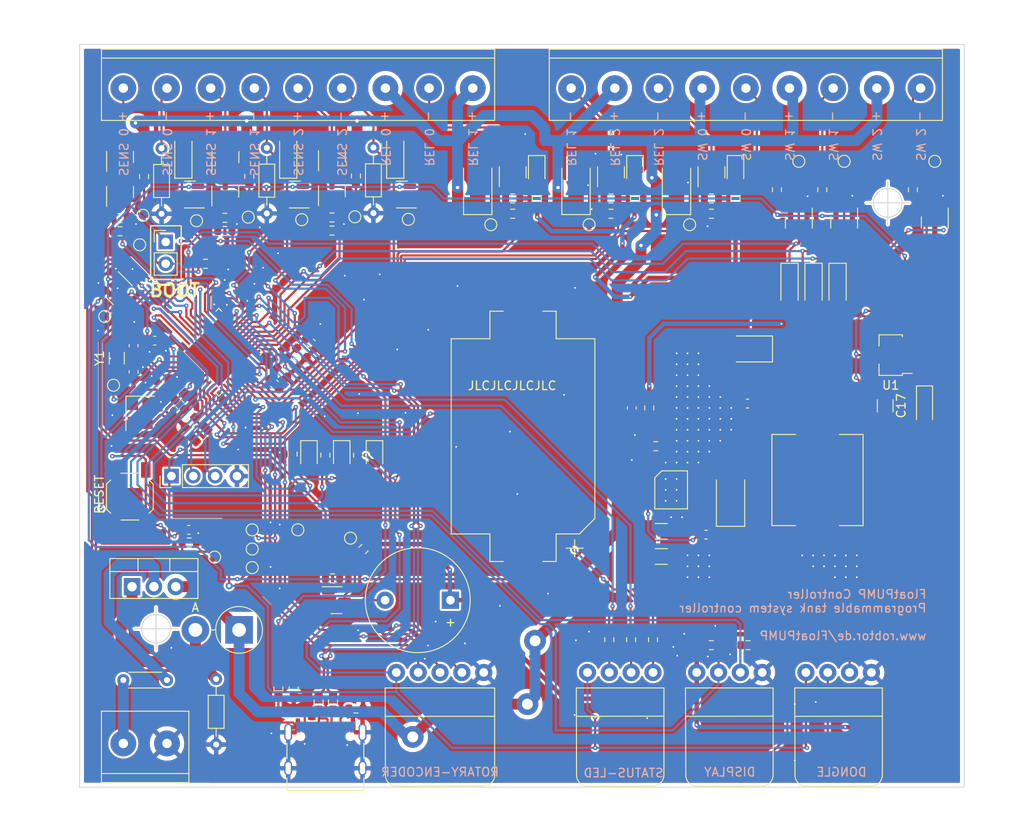
<source format=kicad_pcb>
(kicad_pcb (version 20211014) (generator pcbnew)

  (general
    (thickness 1.6)
  )

  (paper "A4")
  (title_block
    (title "FloatPUMP Basic Boards")
    (date "2022-11-22")
    (rev "1.0")
    (company "www.robtor.de")
  )

  (layers
    (0 "F.Cu" signal)
    (31 "B.Cu" signal)
    (32 "B.Adhes" user "B.Adhesive")
    (33 "F.Adhes" user "F.Adhesive")
    (34 "B.Paste" user)
    (35 "F.Paste" user)
    (36 "B.SilkS" user "B.Silkscreen")
    (37 "F.SilkS" user "F.Silkscreen")
    (38 "B.Mask" user)
    (39 "F.Mask" user)
    (40 "Dwgs.User" user "User.Drawings")
    (41 "Cmts.User" user "User.Comments")
    (42 "Eco1.User" user "User.Eco1")
    (43 "Eco2.User" user "User.Eco2")
    (44 "Edge.Cuts" user)
    (45 "Margin" user)
    (46 "B.CrtYd" user "B.Courtyard")
    (47 "F.CrtYd" user "F.Courtyard")
    (48 "B.Fab" user)
    (49 "F.Fab" user)
    (50 "User.1" user)
    (51 "User.2" user)
    (52 "User.3" user)
    (53 "User.4" user)
    (54 "User.5" user)
    (55 "User.6" user)
    (56 "User.7" user)
    (57 "User.8" user)
    (58 "User.9" user)
  )

  (setup
    (stackup
      (layer "F.SilkS" (type "Top Silk Screen"))
      (layer "F.Paste" (type "Top Solder Paste"))
      (layer "F.Mask" (type "Top Solder Mask") (thickness 0.01))
      (layer "F.Cu" (type "copper") (thickness 0.035))
      (layer "dielectric 1" (type "core") (thickness 1.51) (material "FR4") (epsilon_r 4.5) (loss_tangent 0.02))
      (layer "B.Cu" (type "copper") (thickness 0.035))
      (layer "B.Mask" (type "Bottom Solder Mask") (thickness 0.01))
      (layer "B.Paste" (type "Bottom Solder Paste"))
      (layer "B.SilkS" (type "Bottom Silk Screen"))
      (copper_finish "None")
      (dielectric_constraints no)
    )
    (pad_to_mask_clearance 0)
    (pcbplotparams
      (layerselection 0x00010fc_ffffffff)
      (disableapertmacros false)
      (usegerberextensions true)
      (usegerberattributes false)
      (usegerberadvancedattributes false)
      (creategerberjobfile false)
      (svguseinch false)
      (svgprecision 6)
      (excludeedgelayer true)
      (plotframeref false)
      (viasonmask false)
      (mode 1)
      (useauxorigin false)
      (hpglpennumber 1)
      (hpglpenspeed 20)
      (hpglpendiameter 15.000000)
      (dxfpolygonmode true)
      (dxfimperialunits true)
      (dxfusepcbnewfont true)
      (psnegative false)
      (psa4output false)
      (plotreference true)
      (plotvalue false)
      (plotinvisibletext false)
      (sketchpadsonfab false)
      (subtractmaskfromsilk true)
      (outputformat 1)
      (mirror false)
      (drillshape 0)
      (scaleselection 1)
      (outputdirectory "../Production/gerber/")
    )
  )

  (net 0 "")
  (net 1 "/cryst1+")
  (net 2 "GND")
  (net 3 "/cryst1-")
  (net 4 "Net-(C5-Pad2)")
  (net 5 "/cryst2+")
  (net 6 "/cryst2-")
  (net 7 "/VBAT")
  (net 8 "/NRST")
  (net 9 "Net-(C12-Pad1)")
  (net 10 "+3.3V")
  (net 11 "Net-(C13-Pad1)")
  (net 12 "Net-(C18-Pad2)")
  (net 13 "/VB")
  (net 14 "T11")
  (net 15 "T13")
  (net 16 "T15")
  (net 17 "T17")
  (net 18 "Net-(D8-Pad2)")
  (net 19 "Net-(D9-Pad2)")
  (net 20 "T20")
  (net 21 "/GPI0")
  (net 22 "/GPI1")
  (net 23 "/GPI2")
  (net 24 "/RRDT")
  (net 25 "/RRCLK")
  (net 26 "/RRSW")
  (net 27 "+5V")
  (net 28 "/I2C1_SDA")
  (net 29 "/I2C1_SCL")
  (net 30 "/USART1_TX")
  (net 31 "/USART1_RX")
  (net 32 "/SWDIO")
  (net 33 "/SWCLK")
  (net 34 "T22")
  (net 35 "Net-(D20-Pad1)")
  (net 36 "Net-(D21-Pad1)")
  (net 37 "T10")
  (net 38 "T12")
  (net 39 "T14")
  (net 40 "/BOOT0")
  (net 41 "T24")
  (net 42 "T26")
  (net 43 "T28")
  (net 44 "Net-(LS1-Pad2)")
  (net 45 "Net-(Q2-Pad1)")
  (net 46 "Net-(D22-Pad1)")
  (net 47 "Net-(D24-Pad2)")
  (net 48 "Net-(J4-Pad2)")
  (net 49 "Net-(Q9-Pad1)")
  (net 50 "unconnected-(J5-PadA8)")
  (net 51 "/LED0")
  (net 52 "/LED1")
  (net 53 "/LED2")
  (net 54 "/LED5")
  (net 55 "/LED4")
  (net 56 "/LED3")
  (net 57 "/BEEP")
  (net 58 "/MPWR0")
  (net 59 "/MPWR1")
  (net 60 "/MPWR2")
  (net 61 "/OCHAN0")
  (net 62 "/OCHAN1")
  (net 63 "/OCHAN2")
  (net 64 "/usb_conn/U_D-")
  (net 65 "/USB_FS_D-")
  (net 66 "/usb_conn/U_D+")
  (net 67 "/USB_FS_D+")
  (net 68 "/usb_conn/U_VBUS")
  (net 69 "/USB_FS_VBUS")
  (net 70 "/usb_conn/CC")
  (net 71 "Net-(D16-Pad2)")
  (net 72 "unconnected-(J5-PadB8)")
  (net 73 "Net-(Q3-Pad1)")
  (net 74 "Net-(Q6-Pad1)")
  (net 75 "Net-(C18-Pad1)")
  (net 76 "Net-(J7-Pad2)")
  (net 77 "Net-(U3-Pad6)")
  (net 78 "T16")
  (net 79 "Net-(J7-Pad3)")
  (net 80 "Net-(J7-Pad4)")
  (net 81 "Net-(Q1-Pad1)")
  (net 82 "Net-(Q4-Pad1)")
  (net 83 "Net-(Q5-Pad1)")
  (net 84 "Net-(Q8-Pad1)")
  (net 85 "Net-(Q7-Pad1)")
  (net 86 "Net-(Q11-Pad1)")
  (net 87 "Net-(Q10-Pad2)")
  (net 88 "Net-(TP15-Pad1)")

  (footprint "Capacitor_SMD:C_0603_1608Metric" (layer "F.Cu") (at 104.4956 88.7476))

  (footprint "Package_TO_SOT_SMD:SOT-23" (layer "F.Cu") (at 112.6975 71.41095 90))

  (footprint "custom_parts:2542R-04" (layer "F.Cu") (at 180.213 127.3302))

  (footprint "Package_TO_SOT_SMD:SOT-23" (layer "F.Cu") (at 112.71 67.3885 90))

  (footprint "Resistor_SMD:R_0603_1608Metric" (layer "F.Cu") (at 120.396 91.313 -45))

  (footprint "TestPoint:TestPoint_Pad_D1.0mm" (layer "F.Cu") (at 127.762 74.3435))

  (footprint "Resistor_SMD:R_0603_1608Metric" (layer "F.Cu") (at 157.353 123.5202 90))

  (footprint "Resistor_SMD:R_0603_1608Metric" (layer "F.Cu") (at 127.889 69.5937 -90))

  (footprint "TestPoint:TestPoint_Pad_D1.0mm" (layer "F.Cu") (at 155.006 75.2582))

  (footprint "LED_SMD:LED_0805_2012Metric" (layer "F.Cu") (at 160.34 68.9082 -90))

  (footprint "custom_parts:CAMBLOCK CTB0509-2" (layer "F.Cu") (at 105.918 135.5852 180))

  (footprint "Capacitor_SMD:C_0603_1608Metric" (layer "F.Cu") (at 168.6052 111.3028))

  (footprint "Capacitor_SMD:C_0603_1608Metric" (layer "F.Cu") (at 119.253 92.456 135))

  (footprint "Package_TO_SOT_THT:TO-220-3_Vertical" (layer "F.Cu") (at 101.854 117.3532))

  (footprint "TestPoint:TestPoint_Pad_D1.0mm" (layer "F.Cu") (at 179.39 67.8942 90))

  (footprint "Resistor_SMD:R_0603_1608Metric" (layer "F.Cu") (at 146.116 73.9882 180))

  (footprint "Crystal:Crystal_SMD_3215-2Pin_3.2x1.5mm" (layer "F.Cu") (at 100.076 90.785 90))

  (footprint "Resistor_SMD:R_0603_1608Metric" (layer "F.Cu") (at 124.333 102.0572 -90))

  (footprint "Diode_SMD:D_SMA" (layer "F.Cu") (at 171.45 106.934 90))

  (footprint "Connector_USB:USB_C_Receptacle_Palconn_UTC16-G" (layer "F.Cu") (at 124.333 136.2202))

  (footprint "Resistor_THT:R_Axial_DIN0204_L3.6mm_D1.6mm_P7.62mm_Horizontal" (layer "F.Cu") (at 105.283 66.3702 -90))

  (footprint "Diode_THT:D_DO-201AD_P5.08mm_Vertical_AnodeUp" (layer "F.Cu") (at 114.3 122.3772 180))

  (footprint "Resistor_SMD:R_0603_1608Metric" (layer "F.Cu") (at 172.024 72.2102 -90))

  (footprint "Resistor_SMD:R_0603_1608Metric" (layer "F.Cu") (at 125.095 75.9437 180))

  (footprint "TestPoint:TestPoint_Pad_D1.0mm" (layer "F.Cu") (at 133.985 74.63675))

  (footprint "custom_parts:CAMBLOCK CTB0509-9" (layer "F.Cu") (at 100.838 59.3852))

  (footprint "Diode_SMD:D_MiniMELF" (layer "F.Cu") (at 120.015 67.31 90))

  (footprint "Resistor_SMD:R_0603_1608Metric" (layer "F.Cu") (at 162.0012 96.5708 -90))

  (footprint "Package_TO_SOT_SMD:SOT-23" (layer "F.Cu") (at 169.23 69.1622 90))

  (footprint "Resistor_SMD:R_0603_1608Metric" (layer "F.Cu") (at 118.872 129.2352 90))

  (footprint "custom_parts:2542R-04" (layer "F.Cu") (at 167.513 127.3302))

  (footprint "TestPoint:TestPoint_Pad_D1.0mm" (layer "F.Cu") (at 195.199 67.8942 90))

  (footprint "TestPoint:TestPoint_Pad_D1.0mm" (layer "F.Cu") (at 115.3645 74.38275))

  (footprint "Resistor_SMD:R_0603_1608Metric" (layer "F.Cu") (at 146.116 72.2102))

  (footprint "Diode_SMD:D_MiniMELF" (layer "F.Cu") (at 178.308 82.296 -90))

  (footprint "Package_TO_SOT_SMD:SOT-23" (layer "F.Cu") (at 184.658 75.0062 -90))

  (footprint "custom_parts:MP9486A-SOIC-8" (layer "F.Cu") (at 164.5412 106.0958 -90))

  (footprint "Capacitor_Tantalum_SMD:CP_EIA-3528-21_Kemet-B" (layer "F.Cu") (at 173.863 89.7128 180))

  (footprint "TestPoint:TestPoint_Pad_D1.0mm" (layer "F.Cu") (at 109.347 74.803))

  (footprint "custom_parts:L_MS1040-330M" (layer "F.Cu") (at 181.5592 104.9528 90))

  (footprint "Resistor_SMD:R_0603_1608Metric" (layer "F.Cu") (at 112.649 74.45895))

  (footprint "Capacitor_SMD:C_0603_1608Metric" (layer "F.Cu") (at 108.6104 98.2472 45))

  (footprint "Resistor_SMD:R_0603_1608Metric" (layer "F.Cu") (at 192.659 71.1962 -90))

  (footprint "Capacitor_SMD:C_0603_1608Metric" (layer "F.Cu") (at 102.032451 92.377196 -90))

  (footprint "TestPoint:TestPoint_Pad_D1.0mm" (layer "F.Cu") (at 111.4552 113.919))

  (footprint "Resistor_THT:R_Axial_DIN0204_L3.6mm_D1.6mm_P5.08mm_Horizontal" (layer "F.Cu") (at 105.918 128.2192 180))

  (footprint "Resistor_SMD:R_0603_1608Metric" (layer "F.Cu") (at 125.1712 116.3828))

  (footprint "Resistor_SMD:R_0603_1608Metric" (layer "F.Cu") (at 128.143 102.0572 -90))

  (footprint "TestPoint:TestPoint_Pad_D1.0mm" (layer "F.Cu") (at 143.576 75.2582))

  (footprint "Package_TO_SOT_SMD:SOT-23" (layer "F.Cu") (at 133.223 71.755 180))

  (footprint "Capacitor_SMD:C_0603_1608Metric" (layer "F.Cu") (at 107.406459 96.187196 -45))

  (footprint "Package_TO_SOT_SMD:SOT-23" (layer "F.Cu") (at 100.457 71.4502 90))

  (footprint "Package_TO_SOT_SMD:SOT-89-3" (layer "F.Cu") (at 190.373 90.424 180))

  (footprint "Battery:BatteryHolder_Keystone_1060_1x2032" (layer "F.Cu") (at 147.32 99.8728 90))

  (footprint "TestPoint:TestPoint_Pad_D1.0mm" (layer "F.Cu") (at 127.254 111.7092))

  (footprint "TestPoint:TestPoint_Pad_D1.0mm" (layer "F.Cu") (at 121.5875 74.676))

  (footprint "TestPoint:TestPoint_Pad_D1.0mm" (layer "F.Cu") (at 121.1326 110.744))

  (footprint "Capacitor_SMD:C_0603_1608Metric" (layer "F.Cu") (at 159.9692 96.5708 90))

  (footprint "LED_SMD:LED_0805_2012Metric" (layer "F.Cu") (at 122.428 102.0572 -90))

  (footprint "Package_TO_SOT_SMD:SOT-23" (layer "F.Cu") (at 120.777 71.755 180))

  (footprint "Resistor_SMD:R_0603_1608Metric" (layer "F.Cu") (at 100.457 74.4982))

  (footprint "Buzzer_Beeper:Buzzer_12x9.5RM7.6" (layer "F.Cu") (at 138.8772 118.9228 180))

  (footprint "LED_SMD:LED_0805_2012Metric" (layer "F.Cu") (at 130.048 102.0572 -90))

  (footprint "Resistor_SMD:R_0603_1608Metric" (layer "F.Cu")
    (tedit 5F68FEEE) (tstamp 701e1a6c-c447-45ac-8d22-510d955c4d6e)
    (at 120.523 101.9302 -90)
    (descr "Resistor SMD 0603 (1608 Metric), square (rectangular) end terminal, IPC_7351 nominal, (Body size source: IPC-SM-782 page 72, https://www.pcb-3d.com/wordpress/wp-content/uploads/ipc-sm-782a_amendment_1_and_2.pdf), generated with kicad-footprint-generator")
    (tags "resistor")
    (property "JLCPCB" "Basic")
    (property "LCSC" "C21190")
    (property "Sheetfile" "FloatPUMP.kicad_sch")
    (property "Sheetname" "")
    (path "/f303ef76-d27a-409e-8075-e8c01dcd1ea2")
    (attr smd)
    (fp_text reference "R29" (at 0 -1.43 90) (layer "F.SilkS") hide
      (effects (font (size 1 1) (thickness 0.15)))
      (tstamp ab937355-b4a8-4a4a-8cc2-c5f45adad155)
    )
    (fp_text value "1k" (at 0 1.43 90) (layer "F.Fab") hide
      (effects (font (size 1 1) (thickness 0.15)))
      (tstamp a69cfc49-4c2a-4bf4-8a42-dd2882f44da4)
    )
    (fp_text user "${REFERENCE}" (at 0 0 90) (layer "F.Fab")
      (effects (font (size 0.4 0.4) (thickness 0.06)))
      (tstamp f1cccdce-1501-4c09-96c4-b01a5ac6f14c)
    )
    (fp_line (start -0.237258 0.5225) (end 0.237258 0.5225) (layer "F.SilkS") (width 0.12) (tstamp 02486e0f-c81e-4816-8317-7b5f00298481))
    (fp_line (start -0.237258 -0.5225) (end 0.237258 -0.5225) (layer "F.SilkS") (width 0.12) (tstamp 92b2cf72-fae9-4149-88b1-83b45d0a6ab4))
    (fp_line (start 1.48 0.73) (end -1.48 0.73) (layer "F.CrtYd") (width 0.05) (tstamp 117443b2-9e63-474d-83d9-157f4649e348))
    (fp_line (start 1.48 -0.73) (end 1.48 0.73) (layer "F.CrtYd") (width 0.05) (tstamp 45df0126-70f6-40b1-8881-a6c2da6c979d))
    (fp_line (start -1.48 0.73) (end -1.48 -0.73) (layer "F.CrtYd") (width 0.05) (tstamp 5b4420ee-86e9-45af-9736-0962af602584))
    (fp_line (start -1.48 -0.73) (end 1.48 -0.73) (layer "F.CrtYd") (width 0.05) (tstamp 7dd7cb27-ef74-43ec-99df-8826d61e6855))
    (fp_line (start 0.8 -0.4125) (end 0.8 0.4125) (layer "F.Fab") (width 0.1) (tstamp 34d495d0-6bcf-495f-8e6c-30cb1b5423e4))
    (fp_line (start 0.8 0.4125) (end -0.8 0.4125) (layer "F.Fab") (width 0.1) (tstamp 6c4d2294-0337-4d08-bfb1-835883e020d0))
    (fp_line (start -0.8 -0.4125) (end 0.8 -0.4125) (layer "F.Fab") (width 0.1) (tstamp 84d9792b-2532-403e-85ae-d456a2b31c1e))
    (fp_line (start -0.8 0.4125) (end -0.8 -0.4125) (layer "F.Fab") (width 0.1) (tstamp bad049cf-535f-4cea-aa0c-2c3eccbf2bcf))
    (pad "1" smd roundrect (at -0.825 0 270) (size 0.8 0.95) (layers "F.Cu" "F.Paste" "F.Mask") (roundrect_rratio 0.25)
      (net 46 "Net-(D22-Pad1)") (pintype "passive") (tstamp 64319a8d-fe3e-4c69-a804-5229a75d7b5f))
    (pad "2" smd roundrect (at 0.825 0 270) (size 0.8 0.95) (layers "F.Cu" "F.Paste" "F.Mask") (roundrect_rratio 0.25)
      (net 51 "/LED0") (pintype "passive") (tstamp 2152bf
... [2127192 chars truncated]
</source>
